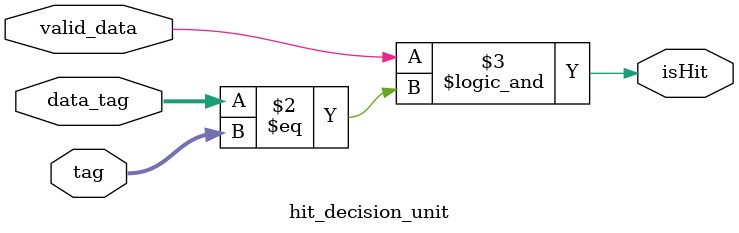
<source format=sv>

module  hit_decision_unit #(
  parameter TAGWIDTH = 22
)(
  output logic isHit,
  input [TAGWIDTH - 1 : 0] data_tag,
  input [TAGWIDTH - 1 : 0] tag,
  input valid_data
);

  always_comb begin : hit_decision
    isHit = valid_data && (data_tag == tag);
  end : hit_decision
  
endmodule

</source>
